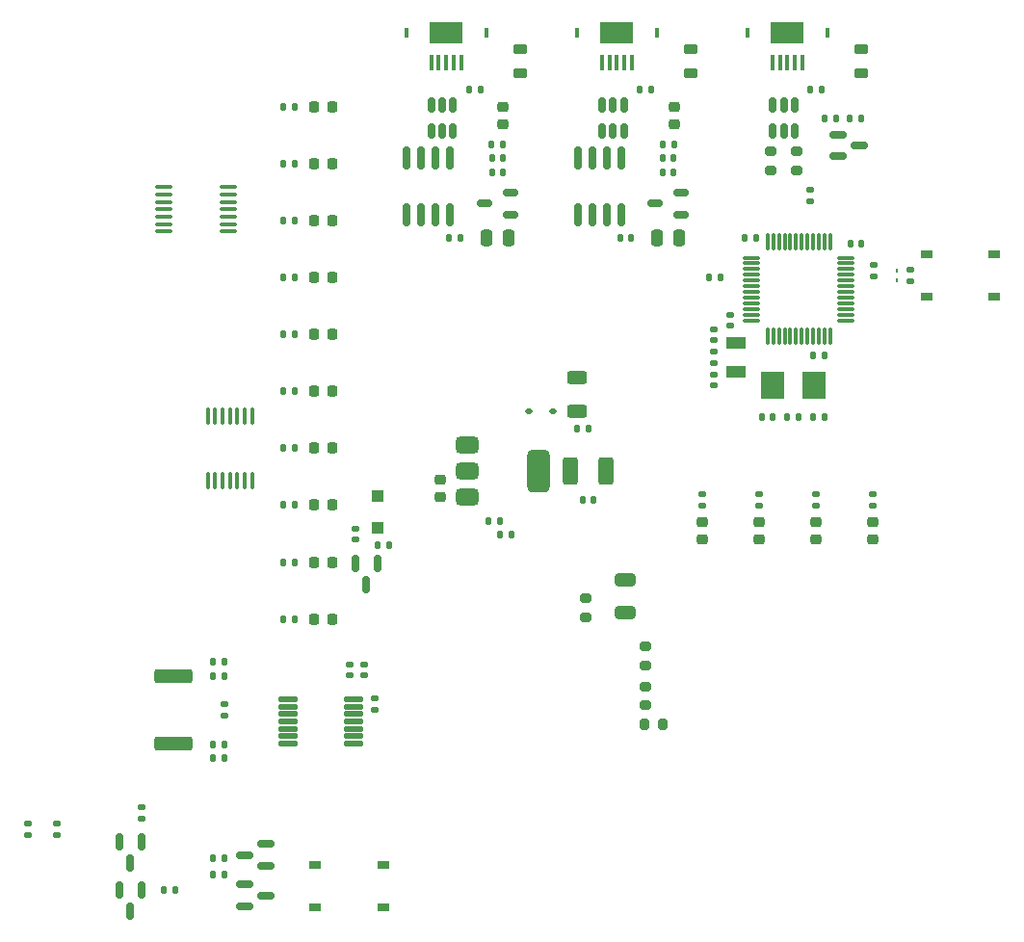
<source format=gbr>
%TF.GenerationSoftware,KiCad,Pcbnew,9.0.1+1*%
%TF.CreationDate,2025-05-28T09:17:35+00:00*%
%TF.ProjectId,akkupack-ng,616b6b75-7061-4636-9b2d-6e672e6b6963,rev?*%
%TF.SameCoordinates,Original*%
%TF.FileFunction,Paste,Top*%
%TF.FilePolarity,Positive*%
%FSLAX46Y46*%
G04 Gerber Fmt 4.6, Leading zero omitted, Abs format (unit mm)*
G04 Created by KiCad (PCBNEW 9.0.1+1) date 2025-05-28 09:17:35*
%MOMM*%
%LPD*%
G01*
G04 APERTURE LIST*
G04 Aperture macros list*
%AMRoundRect*
0 Rectangle with rounded corners*
0 $1 Rounding radius*
0 $2 $3 $4 $5 $6 $7 $8 $9 X,Y pos of 4 corners*
0 Add a 4 corners polygon primitive as box body*
4,1,4,$2,$3,$4,$5,$6,$7,$8,$9,$2,$3,0*
0 Add four circle primitives for the rounded corners*
1,1,$1+$1,$2,$3*
1,1,$1+$1,$4,$5*
1,1,$1+$1,$6,$7*
1,1,$1+$1,$8,$9*
0 Add four rect primitives between the rounded corners*
20,1,$1+$1,$2,$3,$4,$5,0*
20,1,$1+$1,$4,$5,$6,$7,0*
20,1,$1+$1,$6,$7,$8,$9,0*
20,1,$1+$1,$8,$9,$2,$3,0*%
G04 Aperture macros list end*
%ADD10RoundRect,0.020500X0.764500X0.184500X-0.764500X0.184500X-0.764500X-0.184500X0.764500X-0.184500X0*%
%ADD11RoundRect,0.135000X-0.135000X-0.185000X0.135000X-0.185000X0.135000X0.185000X-0.135000X0.185000X0*%
%ADD12RoundRect,0.140000X0.170000X-0.140000X0.170000X0.140000X-0.170000X0.140000X-0.170000X-0.140000X0*%
%ADD13RoundRect,0.135000X0.135000X0.185000X-0.135000X0.185000X-0.135000X-0.185000X0.135000X-0.185000X0*%
%ADD14RoundRect,0.135000X-0.185000X0.135000X-0.185000X-0.135000X0.185000X-0.135000X0.185000X0.135000X0*%
%ADD15RoundRect,0.135000X0.185000X-0.135000X0.185000X0.135000X-0.185000X0.135000X-0.185000X-0.135000X0*%
%ADD16RoundRect,0.250000X-0.250000X-0.475000X0.250000X-0.475000X0.250000X0.475000X-0.250000X0.475000X0*%
%ADD17RoundRect,0.218750X-0.218750X-0.256250X0.218750X-0.256250X0.218750X0.256250X-0.218750X0.256250X0*%
%ADD18RoundRect,0.150000X-0.587500X-0.150000X0.587500X-0.150000X0.587500X0.150000X-0.587500X0.150000X0*%
%ADD19R,1.000000X0.750000*%
%ADD20RoundRect,0.140000X-0.170000X0.140000X-0.170000X-0.140000X0.170000X-0.140000X0.170000X0.140000X0*%
%ADD21RoundRect,0.150000X0.512500X0.150000X-0.512500X0.150000X-0.512500X-0.150000X0.512500X-0.150000X0*%
%ADD22RoundRect,0.140000X0.140000X0.170000X-0.140000X0.170000X-0.140000X-0.170000X0.140000X-0.170000X0*%
%ADD23RoundRect,0.150000X-0.150000X0.587500X-0.150000X-0.587500X0.150000X-0.587500X0.150000X0.587500X0*%
%ADD24RoundRect,0.250000X-0.420000X-0.945000X0.420000X-0.945000X0.420000X0.945000X-0.420000X0.945000X0*%
%ADD25RoundRect,0.250000X0.625000X-0.312500X0.625000X0.312500X-0.625000X0.312500X-0.625000X-0.312500X0*%
%ADD26RoundRect,0.150000X0.587500X0.150000X-0.587500X0.150000X-0.587500X-0.150000X0.587500X-0.150000X0*%
%ADD27RoundRect,0.150000X-0.150000X0.825000X-0.150000X-0.825000X0.150000X-0.825000X0.150000X0.825000X0*%
%ADD28RoundRect,0.250000X1.425000X-0.362500X1.425000X0.362500X-1.425000X0.362500X-1.425000X-0.362500X0*%
%ADD29RoundRect,0.140000X-0.140000X-0.170000X0.140000X-0.170000X0.140000X0.170000X-0.140000X0.170000X0*%
%ADD30RoundRect,0.100000X0.100000X-0.637500X0.100000X0.637500X-0.100000X0.637500X-0.100000X-0.637500X0*%
%ADD31RoundRect,0.200000X0.275000X-0.200000X0.275000X0.200000X-0.275000X0.200000X-0.275000X-0.200000X0*%
%ADD32RoundRect,0.150000X-0.150000X0.512500X-0.150000X-0.512500X0.150000X-0.512500X0.150000X0.512500X0*%
%ADD33R,0.300000X0.850000*%
%ADD34R,0.400000X1.350000*%
%ADD35R,2.900000X1.900000*%
%ADD36RoundRect,0.112500X0.187500X0.112500X-0.187500X0.112500X-0.187500X-0.112500X0.187500X-0.112500X0*%
%ADD37R,2.000000X2.400000*%
%ADD38RoundRect,0.218750X-0.381250X0.218750X-0.381250X-0.218750X0.381250X-0.218750X0.381250X0.218750X0*%
%ADD39RoundRect,0.375000X-0.625000X-0.375000X0.625000X-0.375000X0.625000X0.375000X-0.625000X0.375000X0*%
%ADD40RoundRect,0.500000X-0.500000X-1.400000X0.500000X-1.400000X0.500000X1.400000X-0.500000X1.400000X0*%
%ADD41R,1.800000X1.000000*%
%ADD42RoundRect,0.100000X0.637500X0.100000X-0.637500X0.100000X-0.637500X-0.100000X0.637500X-0.100000X0*%
%ADD43RoundRect,0.225000X0.250000X-0.225000X0.250000X0.225000X-0.250000X0.225000X-0.250000X-0.225000X0*%
%ADD44RoundRect,0.075000X0.075000X-0.662500X0.075000X0.662500X-0.075000X0.662500X-0.075000X-0.662500X0*%
%ADD45RoundRect,0.075000X0.662500X-0.075000X0.662500X0.075000X-0.662500X0.075000X-0.662500X-0.075000X0*%
%ADD46RoundRect,0.250000X0.650000X-0.325000X0.650000X0.325000X-0.650000X0.325000X-0.650000X-0.325000X0*%
%ADD47RoundRect,0.250000X0.300000X-0.300000X0.300000X0.300000X-0.300000X0.300000X-0.300000X-0.300000X0*%
%ADD48RoundRect,0.218750X-0.256250X0.218750X-0.256250X-0.218750X0.256250X-0.218750X0.256250X0.218750X0*%
%ADD49RoundRect,0.200000X-0.275000X0.200000X-0.275000X-0.200000X0.275000X-0.200000X0.275000X0.200000X0*%
%ADD50RoundRect,0.062500X-0.062500X0.117500X-0.062500X-0.117500X0.062500X-0.117500X0.062500X0.117500X0*%
%ADD51RoundRect,0.200000X0.200000X0.275000X-0.200000X0.275000X-0.200000X-0.275000X0.200000X-0.275000X0*%
G04 APERTURE END LIST*
D10*
%TO.C,U101*%
X101870000Y-108950000D03*
X101870000Y-108300000D03*
X101870000Y-107650000D03*
X101870000Y-107000000D03*
X101870000Y-106350000D03*
X101870000Y-105700000D03*
X101870000Y-105050000D03*
X96130000Y-105050000D03*
X96130000Y-105700000D03*
X96130000Y-106350000D03*
X96130000Y-107000000D03*
X96130000Y-107650000D03*
X96130000Y-108300000D03*
X96130000Y-108950000D03*
%TD*%
D11*
%TO.C,R202*%
X139990000Y-80250000D03*
X141010000Y-80250000D03*
%TD*%
D12*
%TO.C,C106*%
X102000000Y-91000000D03*
X102000000Y-90040000D03*
%TD*%
D13*
%TO.C,R113*%
X96722500Y-58000000D03*
X95702500Y-58000000D03*
%TD*%
D14*
%TO.C,R221*%
X73250000Y-115990000D03*
X73250000Y-117010000D03*
%TD*%
D13*
%TO.C,R105*%
X96722500Y-98000000D03*
X95702500Y-98000000D03*
%TD*%
D15*
%TO.C,R214*%
X132500000Y-88010000D03*
X132500000Y-86990000D03*
%TD*%
D16*
%TO.C,C301*%
X113550000Y-64500000D03*
X115450000Y-64500000D03*
%TD*%
D11*
%TO.C,R301*%
X111990000Y-51500000D03*
X113010000Y-51500000D03*
%TD*%
D15*
%TO.C,R217*%
X147500000Y-88010000D03*
X147500000Y-86990000D03*
%TD*%
D12*
%TO.C,C104*%
X102750000Y-102980000D03*
X102750000Y-102020000D03*
%TD*%
D17*
%TO.C,D108*%
X98425000Y-68000000D03*
X100000000Y-68000000D03*
%TD*%
D18*
%TO.C,Q201*%
X144462500Y-55450000D03*
X144462500Y-57350000D03*
X146337500Y-56400000D03*
%TD*%
D13*
%TO.C,R109*%
X96722500Y-78000000D03*
X95702500Y-78000000D03*
%TD*%
D15*
%TO.C,R215*%
X137500000Y-88010000D03*
X137500000Y-86990000D03*
%TD*%
D19*
%TO.C,SW201*%
X152200000Y-65925000D03*
X158200000Y-65925000D03*
X152200000Y-69675000D03*
X158200000Y-69675000D03*
%TD*%
D20*
%TO.C,C204*%
X150800000Y-67320000D03*
X150800000Y-68280000D03*
%TD*%
D21*
%TO.C,U302*%
X115637500Y-62450000D03*
X115637500Y-60550000D03*
X113362500Y-61500000D03*
%TD*%
D12*
%TO.C,C102*%
X90500000Y-106480000D03*
X90500000Y-105520000D03*
%TD*%
D22*
%TO.C,C103*%
X90480000Y-101750000D03*
X89520000Y-101750000D03*
%TD*%
%TO.C,C211*%
X137230000Y-64500000D03*
X136270000Y-64500000D03*
%TD*%
D13*
%TO.C,R108*%
X96722500Y-83000000D03*
X95702500Y-83000000D03*
%TD*%
D23*
%TO.C,D208*%
X83200000Y-117562500D03*
X81300000Y-117562500D03*
X82250000Y-119437500D03*
%TD*%
D24*
%TO.C,C215*%
X120922500Y-85000000D03*
X124002500Y-85000000D03*
%TD*%
D13*
%TO.C,R502*%
X90510000Y-119000000D03*
X89490000Y-119000000D03*
%TD*%
D11*
%TO.C,R211*%
X143290000Y-54000000D03*
X144310000Y-54000000D03*
%TD*%
D25*
%TO.C,R203*%
X121500000Y-79712500D03*
X121500000Y-76787500D03*
%TD*%
D17*
%TO.C,D111*%
X98425000Y-53000000D03*
X100000000Y-53000000D03*
%TD*%
D13*
%TO.C,R101*%
X105000000Y-91500000D03*
X103980000Y-91500000D03*
%TD*%
D26*
%TO.C,Q501*%
X94125000Y-119700000D03*
X94125000Y-117800000D03*
X92250000Y-118750000D03*
%TD*%
D17*
%TO.C,D103*%
X98425000Y-93000000D03*
X100000000Y-93000000D03*
%TD*%
D27*
%TO.C,U303*%
X110365000Y-57500000D03*
X109095000Y-57500000D03*
X107825000Y-57500000D03*
X106555000Y-57500000D03*
X106555000Y-62450000D03*
X107825000Y-62450000D03*
X109095000Y-62450000D03*
X110365000Y-62450000D03*
%TD*%
D28*
%TO.C,R102*%
X86000000Y-108925000D03*
X86000000Y-103000000D03*
%TD*%
D14*
%TO.C,R204*%
X133500000Y-74490000D03*
X133500000Y-75510000D03*
%TD*%
D29*
%TO.C,C304*%
X110270000Y-64500000D03*
X111230000Y-64500000D03*
%TD*%
D23*
%TO.C,D207*%
X83200000Y-121812500D03*
X81300000Y-121812500D03*
X82250000Y-123687500D03*
%TD*%
D30*
%TO.C,U102*%
X89050000Y-85862500D03*
X89700000Y-85862500D03*
X90350000Y-85862500D03*
X91000000Y-85862500D03*
X91650000Y-85862500D03*
X92300000Y-85862500D03*
X92950000Y-85862500D03*
X92950000Y-80137500D03*
X92300000Y-80137500D03*
X91650000Y-80137500D03*
X91000000Y-80137500D03*
X90350000Y-80137500D03*
X89700000Y-80137500D03*
X89050000Y-80137500D03*
%TD*%
D31*
%TO.C,R505*%
X127500000Y-105575000D03*
X127500000Y-103925000D03*
%TD*%
D27*
%TO.C,U403*%
X125365000Y-57500000D03*
X124095000Y-57500000D03*
X122825000Y-57500000D03*
X121555000Y-57500000D03*
X121555000Y-62450000D03*
X122825000Y-62450000D03*
X124095000Y-62450000D03*
X125365000Y-62450000D03*
%TD*%
D32*
%TO.C,U202*%
X140620000Y-52812500D03*
X139670000Y-52812500D03*
X138720000Y-52812500D03*
X138720000Y-55087500D03*
X139670000Y-55087500D03*
X140620000Y-55087500D03*
%TD*%
D13*
%TO.C,R106*%
X96722500Y-93000000D03*
X95702500Y-93000000D03*
%TD*%
D23*
%TO.C,Q101*%
X103950000Y-93125000D03*
X102050000Y-93125000D03*
X103000000Y-95000000D03*
%TD*%
D33*
%TO.C,J301*%
X113500000Y-46460000D03*
X106500000Y-46460000D03*
D34*
X108700000Y-49135000D03*
X109350000Y-49135000D03*
X110000000Y-49135000D03*
X110650000Y-49135000D03*
X111300000Y-49135000D03*
D35*
X110000000Y-46460000D03*
%TD*%
D13*
%TO.C,R111*%
X96722500Y-68000000D03*
X95702500Y-68000000D03*
%TD*%
D32*
%TO.C,U301*%
X110620000Y-52812500D03*
X109670000Y-52812500D03*
X108720000Y-52812500D03*
X108720000Y-55087500D03*
X109670000Y-55087500D03*
X110620000Y-55087500D03*
%TD*%
D36*
%TO.C,D202*%
X119350000Y-79750000D03*
X117250000Y-79750000D03*
%TD*%
D37*
%TO.C,Y201*%
X142350000Y-77500000D03*
X138650000Y-77500000D03*
%TD*%
D11*
%TO.C,R501*%
X89490000Y-120500000D03*
X90510000Y-120500000D03*
%TD*%
D13*
%TO.C,R110*%
X96722500Y-73000000D03*
X95702500Y-73000000D03*
%TD*%
D18*
%TO.C,Q502*%
X92250000Y-121350000D03*
X92250000Y-123250000D03*
X94125000Y-122300000D03*
%TD*%
D14*
%TO.C,R219*%
X75750000Y-116000000D03*
X75750000Y-117020000D03*
%TD*%
D22*
%TO.C,C101*%
X90480000Y-110250000D03*
X89520000Y-110250000D03*
%TD*%
D38*
%TO.C,FB401*%
X131500000Y-47937500D03*
X131500000Y-50062500D03*
%TD*%
D29*
%TO.C,C403*%
X129020000Y-58750000D03*
X129980000Y-58750000D03*
%TD*%
D11*
%TO.C,R402*%
X129000000Y-56265000D03*
X130020000Y-56265000D03*
%TD*%
D39*
%TO.C,U203*%
X111850000Y-82700000D03*
X111850000Y-85000000D03*
D40*
X118150000Y-85000000D03*
D39*
X111850000Y-87300000D03*
%TD*%
D20*
%TO.C,C206*%
X133500000Y-72520000D03*
X133500000Y-73480000D03*
%TD*%
D41*
%TO.C,Y202*%
X135500000Y-76250000D03*
X135500000Y-73750000D03*
%TD*%
D11*
%TO.C,R212*%
X145490000Y-54000000D03*
X146510000Y-54000000D03*
%TD*%
D42*
%TO.C,U103*%
X90862500Y-63950000D03*
X90862500Y-63300000D03*
X90862500Y-62650000D03*
X90862500Y-62000000D03*
X90862500Y-61350000D03*
X90862500Y-60700000D03*
X90862500Y-60050000D03*
X85137500Y-60050000D03*
X85137500Y-60700000D03*
X85137500Y-61350000D03*
X85137500Y-62000000D03*
X85137500Y-62650000D03*
X85137500Y-63300000D03*
X85137500Y-63950000D03*
%TD*%
D43*
%TO.C,C214*%
X109500000Y-87275000D03*
X109500000Y-85725000D03*
%TD*%
D31*
%TO.C,R210*%
X138540000Y-58575000D03*
X138540000Y-56925000D03*
%TD*%
D11*
%TO.C,R302*%
X114000000Y-56265000D03*
X115020000Y-56265000D03*
%TD*%
D15*
%TO.C,R216*%
X142500000Y-88010000D03*
X142500000Y-86990000D03*
%TD*%
D22*
%TO.C,C202*%
X143230000Y-80250000D03*
X142270000Y-80250000D03*
%TD*%
D38*
%TO.C,FB301*%
X116500000Y-47937500D03*
X116500000Y-50062500D03*
%TD*%
D15*
%TO.C,R208*%
X142000000Y-61260000D03*
X142000000Y-60240000D03*
%TD*%
D14*
%TO.C,R503*%
X103750000Y-104990000D03*
X103750000Y-106010000D03*
%TD*%
D29*
%TO.C,C213*%
X142270000Y-74800000D03*
X143230000Y-74800000D03*
%TD*%
D33*
%TO.C,J204*%
X143500000Y-46460000D03*
X136500000Y-46460000D03*
D34*
X138700000Y-49135000D03*
X139350000Y-49135000D03*
X140000000Y-49135000D03*
X140650000Y-49135000D03*
X141300000Y-49135000D03*
D35*
X140000000Y-46460000D03*
%TD*%
D17*
%TO.C,D110*%
X98425000Y-58000000D03*
X100000000Y-58000000D03*
%TD*%
D44*
%TO.C,U201*%
X138250000Y-73162500D03*
X138750000Y-73162500D03*
X139250000Y-73162500D03*
X139750000Y-73162500D03*
X140250000Y-73162500D03*
X140750000Y-73162500D03*
X141250000Y-73162500D03*
X141750000Y-73162500D03*
X142250000Y-73162500D03*
X142750000Y-73162500D03*
X143250000Y-73162500D03*
X143750000Y-73162500D03*
D45*
X145162500Y-71750000D03*
X145162500Y-71250000D03*
X145162500Y-70750000D03*
X145162500Y-70250000D03*
X145162500Y-69750000D03*
X145162500Y-69250000D03*
X145162500Y-68750000D03*
X145162500Y-68250000D03*
X145162500Y-67750000D03*
X145162500Y-67250000D03*
X145162500Y-66750000D03*
X145162500Y-66250000D03*
D44*
X143750000Y-64837500D03*
X143250000Y-64837500D03*
X142750000Y-64837500D03*
X142250000Y-64837500D03*
X141750000Y-64837500D03*
X141250000Y-64837500D03*
X140750000Y-64837500D03*
X140250000Y-64837500D03*
X139750000Y-64837500D03*
X139250000Y-64837500D03*
X138750000Y-64837500D03*
X138250000Y-64837500D03*
D45*
X136837500Y-66250000D03*
X136837500Y-66750000D03*
X136837500Y-67250000D03*
X136837500Y-67750000D03*
X136837500Y-68250000D03*
X136837500Y-68750000D03*
X136837500Y-69250000D03*
X136837500Y-69750000D03*
X136837500Y-70250000D03*
X136837500Y-70750000D03*
X136837500Y-71250000D03*
X136837500Y-71750000D03*
%TD*%
D17*
%TO.C,D107*%
X98425000Y-73000000D03*
X100000000Y-73000000D03*
%TD*%
D46*
%TO.C,C501*%
X125750000Y-97475000D03*
X125750000Y-94525000D03*
%TD*%
D17*
%TO.C,D106*%
X98425000Y-78000000D03*
X100000000Y-78000000D03*
%TD*%
D12*
%TO.C,C212*%
X135000000Y-72230000D03*
X135000000Y-71270000D03*
%TD*%
D29*
%TO.C,C303*%
X114020000Y-58750000D03*
X114980000Y-58750000D03*
%TD*%
D17*
%TO.C,D104*%
X98425000Y-88000000D03*
X100000000Y-88000000D03*
%TD*%
D19*
%TO.C,SW501*%
X98500000Y-119625000D03*
X104500000Y-119625000D03*
X98500000Y-123375000D03*
X104500000Y-123375000D03*
%TD*%
D14*
%TO.C,R220*%
X83200000Y-114552500D03*
X83200000Y-115572500D03*
%TD*%
D31*
%TO.C,R506*%
X127500000Y-102075000D03*
X127500000Y-100425000D03*
%TD*%
D47*
%TO.C,D101*%
X104000000Y-89985000D03*
X104000000Y-87185000D03*
%TD*%
D13*
%TO.C,R201*%
X134110000Y-68000000D03*
X133090000Y-68000000D03*
%TD*%
D48*
%TO.C,D206*%
X147500000Y-89462500D03*
X147500000Y-91037500D03*
%TD*%
%TO.C,D301*%
X115010000Y-52957500D03*
X115010000Y-54532500D03*
%TD*%
%TO.C,D205*%
X142500000Y-89462500D03*
X142500000Y-91037500D03*
%TD*%
D21*
%TO.C,U402*%
X130637500Y-62450000D03*
X130637500Y-60550000D03*
X128362500Y-61500000D03*
%TD*%
D29*
%TO.C,C201*%
X137770000Y-80250000D03*
X138730000Y-80250000D03*
%TD*%
D12*
%TO.C,C207*%
X133500000Y-77480000D03*
X133500000Y-76520000D03*
%TD*%
D17*
%TO.C,D102*%
X98425000Y-98000000D03*
X100000000Y-98000000D03*
%TD*%
D49*
%TO.C,R507*%
X122250000Y-96175000D03*
X122250000Y-97825000D03*
%TD*%
D29*
%TO.C,C210*%
X145520000Y-65000000D03*
X146480000Y-65000000D03*
%TD*%
D17*
%TO.C,D109*%
X98425000Y-63000000D03*
X100000000Y-63000000D03*
%TD*%
D29*
%TO.C,C302*%
X114020000Y-57500000D03*
X114980000Y-57500000D03*
%TD*%
D13*
%TO.C,R207*%
X115710000Y-90600000D03*
X114690000Y-90600000D03*
%TD*%
D11*
%TO.C,R103*%
X89490000Y-109000000D03*
X90510000Y-109000000D03*
%TD*%
D13*
%TO.C,R206*%
X114710000Y-89400000D03*
X113690000Y-89400000D03*
%TD*%
D11*
%TO.C,R213*%
X141990000Y-51500000D03*
X143010000Y-51500000D03*
%TD*%
D33*
%TO.C,J401*%
X128500000Y-46460000D03*
X121500000Y-46460000D03*
D34*
X123700000Y-49135000D03*
X124350000Y-49135000D03*
X125000000Y-49135000D03*
X125650000Y-49135000D03*
X126300000Y-49135000D03*
D35*
X125000000Y-46460000D03*
%TD*%
D16*
%TO.C,C401*%
X128550000Y-64500000D03*
X130450000Y-64500000D03*
%TD*%
D12*
%TO.C,C105*%
X101500000Y-102980000D03*
X101500000Y-102020000D03*
%TD*%
D29*
%TO.C,C404*%
X125270000Y-64500000D03*
X126230000Y-64500000D03*
%TD*%
D13*
%TO.C,R218*%
X86210000Y-121812500D03*
X85190000Y-121812500D03*
%TD*%
D14*
%TO.C,R205*%
X147600000Y-66890000D03*
X147600000Y-67910000D03*
%TD*%
D50*
%TO.C,D201*%
X149600000Y-68220000D03*
X149600000Y-67380000D03*
%TD*%
D48*
%TO.C,D204*%
X137500000Y-89462500D03*
X137500000Y-91037500D03*
%TD*%
D11*
%TO.C,R401*%
X126990000Y-51500000D03*
X128010000Y-51500000D03*
%TD*%
D31*
%TO.C,R209*%
X140800000Y-58575000D03*
X140800000Y-56925000D03*
%TD*%
D11*
%TO.C,R104*%
X89490000Y-103000000D03*
X90510000Y-103000000D03*
%TD*%
D29*
%TO.C,C402*%
X129020000Y-57500000D03*
X129980000Y-57500000D03*
%TD*%
%TO.C,C203*%
X121520000Y-81250000D03*
X122480000Y-81250000D03*
%TD*%
D13*
%TO.C,R112*%
X96722500Y-63000000D03*
X95702500Y-63000000D03*
%TD*%
D38*
%TO.C,FB201*%
X146500000Y-47937500D03*
X146500000Y-50062500D03*
%TD*%
D13*
%TO.C,R114*%
X96722500Y-53000000D03*
X95702500Y-53000000D03*
%TD*%
D48*
%TO.C,D203*%
X132500000Y-89462500D03*
X132500000Y-91037500D03*
%TD*%
D17*
%TO.C,D105*%
X98425000Y-83000000D03*
X100000000Y-83000000D03*
%TD*%
D48*
%TO.C,D401*%
X130010000Y-52957500D03*
X130010000Y-54532500D03*
%TD*%
D32*
%TO.C,U401*%
X125620000Y-52812500D03*
X124670000Y-52812500D03*
X123720000Y-52812500D03*
X123720000Y-55087500D03*
X124670000Y-55087500D03*
X125620000Y-55087500D03*
%TD*%
D13*
%TO.C,R107*%
X96722500Y-88000000D03*
X95702500Y-88000000D03*
%TD*%
D29*
%TO.C,C216*%
X121982500Y-87500000D03*
X122942500Y-87500000D03*
%TD*%
D51*
%TO.C,R504*%
X129075000Y-107250000D03*
X127425000Y-107250000D03*
%TD*%
M02*

</source>
